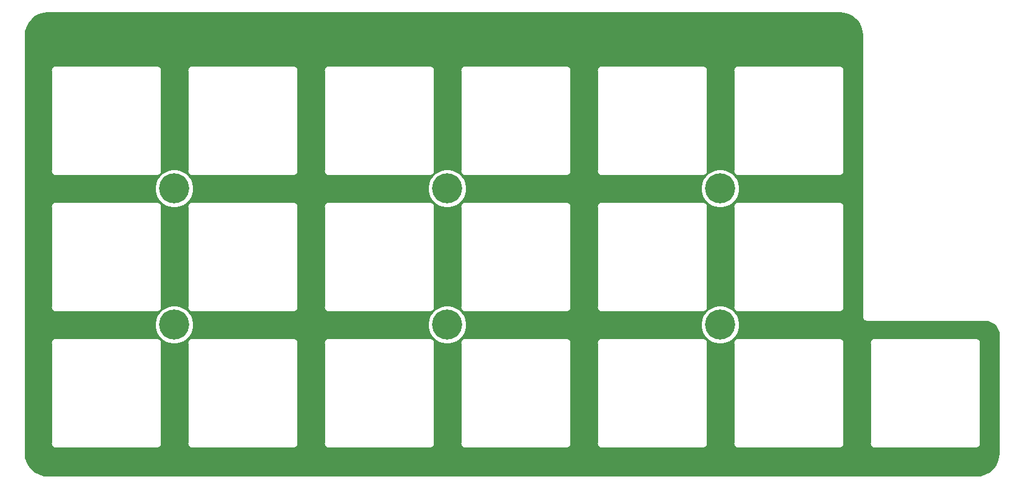
<source format=gbr>
G04 #@! TF.GenerationSoftware,KiCad,Pcbnew,(5.1.7)-1*
G04 #@! TF.CreationDate,2020-12-07T10:21:47+09:00*
G04 #@! TF.ProjectId,pisces_top_plate,70697363-6573-45f7-946f-705f706c6174,rev?*
G04 #@! TF.SameCoordinates,Original*
G04 #@! TF.FileFunction,Copper,L2,Bot*
G04 #@! TF.FilePolarity,Positive*
%FSLAX46Y46*%
G04 Gerber Fmt 4.6, Leading zero omitted, Abs format (unit mm)*
G04 Created by KiCad (PCBNEW (5.1.7)-1) date 2020-12-07 10:21:47*
%MOMM*%
%LPD*%
G01*
G04 APERTURE LIST*
G04 #@! TA.AperFunction,ComponentPad*
%ADD10C,4.200000*%
G04 #@! TD*
G04 #@! TA.AperFunction,NonConductor*
%ADD11C,0.254000*%
G04 #@! TD*
G04 #@! TA.AperFunction,NonConductor*
%ADD12C,0.100000*%
G04 #@! TD*
G04 APERTURE END LIST*
D10*
X135725000Y-78575000D03*
X135725000Y-59525000D03*
X97625000Y-78575000D03*
X97625000Y-59525000D03*
X59525000Y-78575000D03*
X59525000Y-59525000D03*
D11*
X153011222Y-35013096D02*
X153599164Y-35190606D01*
X154141436Y-35478937D01*
X154617364Y-35867094D01*
X155008845Y-36340314D01*
X155300951Y-36880552D01*
X155482563Y-37467244D01*
X155550000Y-38108879D01*
X155550001Y-77437571D01*
X155546807Y-77470000D01*
X155559550Y-77599383D01*
X155597290Y-77723793D01*
X155658575Y-77838450D01*
X155741052Y-77938948D01*
X155841550Y-78021425D01*
X155956207Y-78082710D01*
X156080617Y-78120450D01*
X156177581Y-78130000D01*
X156210000Y-78133193D01*
X156242419Y-78130000D01*
X172687721Y-78130000D01*
X173084545Y-78168909D01*
X173435208Y-78274780D01*
X173758625Y-78446744D01*
X174042484Y-78678254D01*
X174275965Y-78960486D01*
X174450183Y-79282695D01*
X174558502Y-79632614D01*
X174600001Y-80027452D01*
X174600000Y-96487721D01*
X174536904Y-97131221D01*
X174359394Y-97719164D01*
X174071063Y-98261436D01*
X173682906Y-98737364D01*
X173209686Y-99128845D01*
X172669449Y-99420950D01*
X172082756Y-99602563D01*
X171441130Y-99670000D01*
X41942279Y-99670000D01*
X41298779Y-99606904D01*
X40710836Y-99429394D01*
X40168564Y-99141063D01*
X39692636Y-98752906D01*
X39301155Y-98279686D01*
X39009050Y-97739449D01*
X38827437Y-97152756D01*
X38760000Y-96511130D01*
X38760000Y-81137400D01*
X42299094Y-81137400D01*
X42302651Y-81173515D01*
X42302650Y-95100755D01*
X42299094Y-95136860D01*
X42313285Y-95280945D01*
X42355313Y-95419493D01*
X42423563Y-95547180D01*
X42515412Y-95659098D01*
X42627330Y-95750947D01*
X42755017Y-95819197D01*
X42893565Y-95861225D01*
X43037650Y-95875416D01*
X43073755Y-95871860D01*
X57001095Y-95871860D01*
X57037200Y-95875416D01*
X57073305Y-95871860D01*
X57181285Y-95861225D01*
X57319833Y-95819197D01*
X57447520Y-95750947D01*
X57559438Y-95659098D01*
X57651287Y-95547180D01*
X57719537Y-95419493D01*
X57761565Y-95280945D01*
X57775756Y-95136860D01*
X57772200Y-95100755D01*
X57772200Y-81173505D01*
X57775756Y-81137400D01*
X57761565Y-80993315D01*
X57719537Y-80854767D01*
X57651287Y-80727080D01*
X57559438Y-80615162D01*
X57447520Y-80523313D01*
X57319833Y-80455063D01*
X57181285Y-80413035D01*
X57073305Y-80402400D01*
X57037200Y-80398844D01*
X57001095Y-80402400D01*
X43073755Y-80402400D01*
X43037650Y-80398844D01*
X43001545Y-80402400D01*
X42893565Y-80413035D01*
X42755017Y-80455063D01*
X42627330Y-80523313D01*
X42515412Y-80615162D01*
X42423563Y-80727080D01*
X42355313Y-80854767D01*
X42313285Y-80993315D01*
X42299094Y-81137400D01*
X38760000Y-81137400D01*
X38760000Y-78305626D01*
X56790000Y-78305626D01*
X56790000Y-78844374D01*
X56895105Y-79372770D01*
X57101275Y-79870508D01*
X57400587Y-80318461D01*
X57781539Y-80699413D01*
X58229492Y-80998725D01*
X58727230Y-81204895D01*
X59255626Y-81310000D01*
X59794374Y-81310000D01*
X60322770Y-81204895D01*
X60485717Y-81137400D01*
X61349144Y-81137400D01*
X61352701Y-81173515D01*
X61352700Y-95100755D01*
X61349144Y-95136860D01*
X61363335Y-95280945D01*
X61405363Y-95419493D01*
X61473613Y-95547180D01*
X61565462Y-95659098D01*
X61677380Y-95750947D01*
X61805067Y-95819197D01*
X61943615Y-95861225D01*
X62087700Y-95875416D01*
X62123805Y-95871860D01*
X76050895Y-95871860D01*
X76087000Y-95875416D01*
X76123105Y-95871860D01*
X76231085Y-95861225D01*
X76369633Y-95819197D01*
X76497320Y-95750947D01*
X76609238Y-95659098D01*
X76701087Y-95547180D01*
X76769337Y-95419493D01*
X76811365Y-95280945D01*
X76825556Y-95136860D01*
X76822000Y-95100755D01*
X76822000Y-81173505D01*
X76825556Y-81137400D01*
X80399144Y-81137400D01*
X80402701Y-81173515D01*
X80402700Y-95100755D01*
X80399144Y-95136860D01*
X80413335Y-95280945D01*
X80455363Y-95419493D01*
X80523613Y-95547180D01*
X80615462Y-95659098D01*
X80727380Y-95750947D01*
X80855067Y-95819197D01*
X80993615Y-95861225D01*
X81137700Y-95875416D01*
X81173805Y-95871860D01*
X95100895Y-95871860D01*
X95137000Y-95875416D01*
X95173105Y-95871860D01*
X95281085Y-95861225D01*
X95419633Y-95819197D01*
X95547320Y-95750947D01*
X95659238Y-95659098D01*
X95751087Y-95547180D01*
X95819337Y-95419493D01*
X95861365Y-95280945D01*
X95875556Y-95136860D01*
X95872000Y-95100755D01*
X95872000Y-81173505D01*
X95875556Y-81137400D01*
X95861365Y-80993315D01*
X95819337Y-80854767D01*
X95751087Y-80727080D01*
X95659238Y-80615162D01*
X95547320Y-80523313D01*
X95419633Y-80455063D01*
X95281085Y-80413035D01*
X95173105Y-80402400D01*
X95137000Y-80398844D01*
X95100895Y-80402400D01*
X81173805Y-80402400D01*
X81137700Y-80398844D01*
X81101595Y-80402400D01*
X80993615Y-80413035D01*
X80855067Y-80455063D01*
X80727380Y-80523313D01*
X80615462Y-80615162D01*
X80523613Y-80727080D01*
X80455363Y-80854767D01*
X80413335Y-80993315D01*
X80399144Y-81137400D01*
X76825556Y-81137400D01*
X76811365Y-80993315D01*
X76769337Y-80854767D01*
X76701087Y-80727080D01*
X76609238Y-80615162D01*
X76497320Y-80523313D01*
X76369633Y-80455063D01*
X76231085Y-80413035D01*
X76123105Y-80402400D01*
X76087000Y-80398844D01*
X76050895Y-80402400D01*
X62123805Y-80402400D01*
X62087700Y-80398844D01*
X62051595Y-80402400D01*
X61943615Y-80413035D01*
X61805067Y-80455063D01*
X61677380Y-80523313D01*
X61565462Y-80615162D01*
X61473613Y-80727080D01*
X61405363Y-80854767D01*
X61363335Y-80993315D01*
X61349144Y-81137400D01*
X60485717Y-81137400D01*
X60820508Y-80998725D01*
X61268461Y-80699413D01*
X61649413Y-80318461D01*
X61948725Y-79870508D01*
X62154895Y-79372770D01*
X62260000Y-78844374D01*
X62260000Y-78305626D01*
X94890000Y-78305626D01*
X94890000Y-78844374D01*
X94995105Y-79372770D01*
X95201275Y-79870508D01*
X95500587Y-80318461D01*
X95881539Y-80699413D01*
X96329492Y-80998725D01*
X96827230Y-81204895D01*
X97355626Y-81310000D01*
X97894374Y-81310000D01*
X98422770Y-81204895D01*
X98585717Y-81137400D01*
X99449144Y-81137400D01*
X99452701Y-81173515D01*
X99452700Y-95100755D01*
X99449144Y-95136860D01*
X99463335Y-95280945D01*
X99505363Y-95419493D01*
X99573613Y-95547180D01*
X99665462Y-95659098D01*
X99777380Y-95750947D01*
X99905067Y-95819197D01*
X100043615Y-95861225D01*
X100187700Y-95875416D01*
X100223805Y-95871860D01*
X114150895Y-95871860D01*
X114187000Y-95875416D01*
X114223105Y-95871860D01*
X114331085Y-95861225D01*
X114469633Y-95819197D01*
X114597320Y-95750947D01*
X114709238Y-95659098D01*
X114801087Y-95547180D01*
X114869337Y-95419493D01*
X114911365Y-95280945D01*
X114925556Y-95136860D01*
X114922000Y-95100755D01*
X114922000Y-81173505D01*
X114925556Y-81137400D01*
X118499144Y-81137400D01*
X118502701Y-81173515D01*
X118502700Y-95100755D01*
X118499144Y-95136860D01*
X118513335Y-95280945D01*
X118555363Y-95419493D01*
X118623613Y-95547180D01*
X118715462Y-95659098D01*
X118827380Y-95750947D01*
X118955067Y-95819197D01*
X119093615Y-95861225D01*
X119237700Y-95875416D01*
X119273805Y-95871860D01*
X133200895Y-95871860D01*
X133237000Y-95875416D01*
X133273105Y-95871860D01*
X133381085Y-95861225D01*
X133519633Y-95819197D01*
X133647320Y-95750947D01*
X133759238Y-95659098D01*
X133851087Y-95547180D01*
X133919337Y-95419493D01*
X133961365Y-95280945D01*
X133975556Y-95136860D01*
X133972000Y-95100755D01*
X133972000Y-81173505D01*
X133975556Y-81137400D01*
X133961365Y-80993315D01*
X133919337Y-80854767D01*
X133851087Y-80727080D01*
X133759238Y-80615162D01*
X133647320Y-80523313D01*
X133519633Y-80455063D01*
X133381085Y-80413035D01*
X133273105Y-80402400D01*
X133237000Y-80398844D01*
X133200895Y-80402400D01*
X119273805Y-80402400D01*
X119237700Y-80398844D01*
X119201595Y-80402400D01*
X119093615Y-80413035D01*
X118955067Y-80455063D01*
X118827380Y-80523313D01*
X118715462Y-80615162D01*
X118623613Y-80727080D01*
X118555363Y-80854767D01*
X118513335Y-80993315D01*
X118499144Y-81137400D01*
X114925556Y-81137400D01*
X114911365Y-80993315D01*
X114869337Y-80854767D01*
X114801087Y-80727080D01*
X114709238Y-80615162D01*
X114597320Y-80523313D01*
X114469633Y-80455063D01*
X114331085Y-80413035D01*
X114223105Y-80402400D01*
X114187000Y-80398844D01*
X114150895Y-80402400D01*
X100223805Y-80402400D01*
X100187700Y-80398844D01*
X100151595Y-80402400D01*
X100043615Y-80413035D01*
X99905067Y-80455063D01*
X99777380Y-80523313D01*
X99665462Y-80615162D01*
X99573613Y-80727080D01*
X99505363Y-80854767D01*
X99463335Y-80993315D01*
X99449144Y-81137400D01*
X98585717Y-81137400D01*
X98920508Y-80998725D01*
X99368461Y-80699413D01*
X99749413Y-80318461D01*
X100048725Y-79870508D01*
X100254895Y-79372770D01*
X100360000Y-78844374D01*
X100360000Y-78305626D01*
X132990000Y-78305626D01*
X132990000Y-78844374D01*
X133095105Y-79372770D01*
X133301275Y-79870508D01*
X133600587Y-80318461D01*
X133981539Y-80699413D01*
X134429492Y-80998725D01*
X134927230Y-81204895D01*
X135455626Y-81310000D01*
X135994374Y-81310000D01*
X136522770Y-81204895D01*
X136685717Y-81137400D01*
X137547744Y-81137400D01*
X137551301Y-81173515D01*
X137551300Y-95100755D01*
X137547744Y-95136860D01*
X137561935Y-95280945D01*
X137603963Y-95419493D01*
X137672213Y-95547180D01*
X137764062Y-95659098D01*
X137875980Y-95750947D01*
X138003667Y-95819197D01*
X138142215Y-95861225D01*
X138286300Y-95875416D01*
X138322405Y-95871860D01*
X152250895Y-95871860D01*
X152287000Y-95875416D01*
X152323105Y-95871860D01*
X152431085Y-95861225D01*
X152569633Y-95819197D01*
X152697320Y-95750947D01*
X152809238Y-95659098D01*
X152901087Y-95547180D01*
X152969337Y-95419493D01*
X153011365Y-95280945D01*
X153025556Y-95136860D01*
X153022000Y-95100755D01*
X153022000Y-81173505D01*
X153025556Y-81137400D01*
X156597444Y-81137400D01*
X156601001Y-81173515D01*
X156601000Y-95100755D01*
X156597444Y-95136860D01*
X156611635Y-95280945D01*
X156653663Y-95419493D01*
X156721913Y-95547180D01*
X156813762Y-95659098D01*
X156925680Y-95750947D01*
X157053367Y-95819197D01*
X157191915Y-95861225D01*
X157336000Y-95875416D01*
X157372105Y-95871860D01*
X171300895Y-95871860D01*
X171337000Y-95875416D01*
X171373105Y-95871860D01*
X171481085Y-95861225D01*
X171619633Y-95819197D01*
X171747320Y-95750947D01*
X171859238Y-95659098D01*
X171951087Y-95547180D01*
X172019337Y-95419493D01*
X172061365Y-95280945D01*
X172075556Y-95136860D01*
X172072000Y-95100755D01*
X172072000Y-81173505D01*
X172075556Y-81137400D01*
X172061365Y-80993315D01*
X172019337Y-80854767D01*
X171951087Y-80727080D01*
X171859238Y-80615162D01*
X171747320Y-80523313D01*
X171619633Y-80455063D01*
X171481085Y-80413035D01*
X171373105Y-80402400D01*
X171337000Y-80398844D01*
X171300895Y-80402400D01*
X157372105Y-80402400D01*
X157336000Y-80398844D01*
X157299895Y-80402400D01*
X157191915Y-80413035D01*
X157053367Y-80455063D01*
X156925680Y-80523313D01*
X156813762Y-80615162D01*
X156721913Y-80727080D01*
X156653663Y-80854767D01*
X156611635Y-80993315D01*
X156597444Y-81137400D01*
X153025556Y-81137400D01*
X153011365Y-80993315D01*
X152969337Y-80854767D01*
X152901087Y-80727080D01*
X152809238Y-80615162D01*
X152697320Y-80523313D01*
X152569633Y-80455063D01*
X152431085Y-80413035D01*
X152323105Y-80402400D01*
X152287000Y-80398844D01*
X152250895Y-80402400D01*
X138322405Y-80402400D01*
X138286300Y-80398844D01*
X138250195Y-80402400D01*
X138142215Y-80413035D01*
X138003667Y-80455063D01*
X137875980Y-80523313D01*
X137764062Y-80615162D01*
X137672213Y-80727080D01*
X137603963Y-80854767D01*
X137561935Y-80993315D01*
X137547744Y-81137400D01*
X136685717Y-81137400D01*
X137020508Y-80998725D01*
X137468461Y-80699413D01*
X137849413Y-80318461D01*
X138148725Y-79870508D01*
X138354895Y-79372770D01*
X138460000Y-78844374D01*
X138460000Y-78305626D01*
X138354895Y-77777230D01*
X138148725Y-77279492D01*
X137849413Y-76831539D01*
X137468461Y-76450587D01*
X137020508Y-76151275D01*
X136522770Y-75945105D01*
X135994374Y-75840000D01*
X135455626Y-75840000D01*
X134927230Y-75945105D01*
X134429492Y-76151275D01*
X133981539Y-76450587D01*
X133600587Y-76831539D01*
X133301275Y-77279492D01*
X133095105Y-77777230D01*
X132990000Y-78305626D01*
X100360000Y-78305626D01*
X100254895Y-77777230D01*
X100048725Y-77279492D01*
X99749413Y-76831539D01*
X99368461Y-76450587D01*
X98920508Y-76151275D01*
X98422770Y-75945105D01*
X97894374Y-75840000D01*
X97355626Y-75840000D01*
X96827230Y-75945105D01*
X96329492Y-76151275D01*
X95881539Y-76450587D01*
X95500587Y-76831539D01*
X95201275Y-77279492D01*
X94995105Y-77777230D01*
X94890000Y-78305626D01*
X62260000Y-78305626D01*
X62154895Y-77777230D01*
X61948725Y-77279492D01*
X61649413Y-76831539D01*
X61268461Y-76450587D01*
X60820508Y-76151275D01*
X60322770Y-75945105D01*
X59794374Y-75840000D01*
X59255626Y-75840000D01*
X58727230Y-75945105D01*
X58229492Y-76151275D01*
X57781539Y-76450587D01*
X57400587Y-76831539D01*
X57101275Y-77279492D01*
X56895105Y-77777230D01*
X56790000Y-78305626D01*
X38760000Y-78305626D01*
X38760000Y-62087500D01*
X42299094Y-62087500D01*
X42302651Y-62123615D01*
X42302650Y-76050795D01*
X42299094Y-76086900D01*
X42313285Y-76230985D01*
X42355313Y-76369533D01*
X42423563Y-76497220D01*
X42515412Y-76609138D01*
X42627330Y-76700987D01*
X42755017Y-76769237D01*
X42893565Y-76811265D01*
X43037650Y-76825456D01*
X43073755Y-76821900D01*
X57001095Y-76821900D01*
X57037200Y-76825456D01*
X57073305Y-76821900D01*
X57181285Y-76811265D01*
X57319833Y-76769237D01*
X57447520Y-76700987D01*
X57559438Y-76609138D01*
X57651287Y-76497220D01*
X57719537Y-76369533D01*
X57761565Y-76230985D01*
X57775756Y-76086900D01*
X57772200Y-76050795D01*
X57772200Y-62123605D01*
X57775756Y-62087500D01*
X57761565Y-61943415D01*
X57719537Y-61804867D01*
X57651287Y-61677180D01*
X57559438Y-61565262D01*
X57447520Y-61473413D01*
X57319833Y-61405163D01*
X57181285Y-61363135D01*
X57073305Y-61352500D01*
X57037200Y-61348944D01*
X57001095Y-61352500D01*
X43073755Y-61352500D01*
X43037650Y-61348944D01*
X43001545Y-61352500D01*
X42893565Y-61363135D01*
X42755017Y-61405163D01*
X42627330Y-61473413D01*
X42515412Y-61565262D01*
X42423563Y-61677180D01*
X42355313Y-61804867D01*
X42313285Y-61943415D01*
X42299094Y-62087500D01*
X38760000Y-62087500D01*
X38760000Y-59255626D01*
X56790000Y-59255626D01*
X56790000Y-59794374D01*
X56895105Y-60322770D01*
X57101275Y-60820508D01*
X57400587Y-61268461D01*
X57781539Y-61649413D01*
X58229492Y-61948725D01*
X58727230Y-62154895D01*
X59255626Y-62260000D01*
X59794374Y-62260000D01*
X60322770Y-62154895D01*
X60485475Y-62087500D01*
X61349144Y-62087500D01*
X61352701Y-62123615D01*
X61352700Y-76050795D01*
X61349144Y-76086900D01*
X61363335Y-76230985D01*
X61405363Y-76369533D01*
X61473613Y-76497220D01*
X61565462Y-76609138D01*
X61677380Y-76700987D01*
X61805067Y-76769237D01*
X61943615Y-76811265D01*
X62087700Y-76825456D01*
X62123805Y-76821900D01*
X76050895Y-76821900D01*
X76087000Y-76825456D01*
X76123105Y-76821900D01*
X76231085Y-76811265D01*
X76369633Y-76769237D01*
X76497320Y-76700987D01*
X76609238Y-76609138D01*
X76701087Y-76497220D01*
X76769337Y-76369533D01*
X76811365Y-76230985D01*
X76825556Y-76086900D01*
X76822000Y-76050795D01*
X76822000Y-62123605D01*
X76825556Y-62087500D01*
X80399144Y-62087500D01*
X80402701Y-62123615D01*
X80402700Y-76050795D01*
X80399144Y-76086900D01*
X80413335Y-76230985D01*
X80455363Y-76369533D01*
X80523613Y-76497220D01*
X80615462Y-76609138D01*
X80727380Y-76700987D01*
X80855067Y-76769237D01*
X80993615Y-76811265D01*
X81137700Y-76825456D01*
X81173805Y-76821900D01*
X95100895Y-76821900D01*
X95137000Y-76825456D01*
X95173105Y-76821900D01*
X95281085Y-76811265D01*
X95419633Y-76769237D01*
X95547320Y-76700987D01*
X95659238Y-76609138D01*
X95751087Y-76497220D01*
X95819337Y-76369533D01*
X95861365Y-76230985D01*
X95875556Y-76086900D01*
X95872000Y-76050795D01*
X95872000Y-62123605D01*
X95875556Y-62087500D01*
X95861365Y-61943415D01*
X95819337Y-61804867D01*
X95751087Y-61677180D01*
X95659238Y-61565262D01*
X95547320Y-61473413D01*
X95419633Y-61405163D01*
X95281085Y-61363135D01*
X95173105Y-61352500D01*
X95137000Y-61348944D01*
X95100895Y-61352500D01*
X81173805Y-61352500D01*
X81137700Y-61348944D01*
X81101595Y-61352500D01*
X80993615Y-61363135D01*
X80855067Y-61405163D01*
X80727380Y-61473413D01*
X80615462Y-61565262D01*
X80523613Y-61677180D01*
X80455363Y-61804867D01*
X80413335Y-61943415D01*
X80399144Y-62087500D01*
X76825556Y-62087500D01*
X76811365Y-61943415D01*
X76769337Y-61804867D01*
X76701087Y-61677180D01*
X76609238Y-61565262D01*
X76497320Y-61473413D01*
X76369633Y-61405163D01*
X76231085Y-61363135D01*
X76123105Y-61352500D01*
X76087000Y-61348944D01*
X76050895Y-61352500D01*
X62123805Y-61352500D01*
X62087700Y-61348944D01*
X62051595Y-61352500D01*
X61943615Y-61363135D01*
X61805067Y-61405163D01*
X61677380Y-61473413D01*
X61565462Y-61565262D01*
X61473613Y-61677180D01*
X61405363Y-61804867D01*
X61363335Y-61943415D01*
X61349144Y-62087500D01*
X60485475Y-62087500D01*
X60820508Y-61948725D01*
X61268461Y-61649413D01*
X61649413Y-61268461D01*
X61948725Y-60820508D01*
X62154895Y-60322770D01*
X62260000Y-59794374D01*
X62260000Y-59255626D01*
X94890000Y-59255626D01*
X94890000Y-59794374D01*
X94995105Y-60322770D01*
X95201275Y-60820508D01*
X95500587Y-61268461D01*
X95881539Y-61649413D01*
X96329492Y-61948725D01*
X96827230Y-62154895D01*
X97355626Y-62260000D01*
X97894374Y-62260000D01*
X98422770Y-62154895D01*
X98585475Y-62087500D01*
X99449144Y-62087500D01*
X99452701Y-62123615D01*
X99452700Y-76050795D01*
X99449144Y-76086900D01*
X99463335Y-76230985D01*
X99505363Y-76369533D01*
X99573613Y-76497220D01*
X99665462Y-76609138D01*
X99777380Y-76700987D01*
X99905067Y-76769237D01*
X100043615Y-76811265D01*
X100187700Y-76825456D01*
X100223805Y-76821900D01*
X114150895Y-76821900D01*
X114187000Y-76825456D01*
X114223105Y-76821900D01*
X114331085Y-76811265D01*
X114469633Y-76769237D01*
X114597320Y-76700987D01*
X114709238Y-76609138D01*
X114801087Y-76497220D01*
X114869337Y-76369533D01*
X114911365Y-76230985D01*
X114925556Y-76086900D01*
X114922000Y-76050795D01*
X114922000Y-62123605D01*
X114925556Y-62087500D01*
X118499144Y-62087500D01*
X118502701Y-62123615D01*
X118502700Y-76050795D01*
X118499144Y-76086900D01*
X118513335Y-76230985D01*
X118555363Y-76369533D01*
X118623613Y-76497220D01*
X118715462Y-76609138D01*
X118827380Y-76700987D01*
X118955067Y-76769237D01*
X119093615Y-76811265D01*
X119237700Y-76825456D01*
X119273805Y-76821900D01*
X133200895Y-76821900D01*
X133237000Y-76825456D01*
X133273105Y-76821900D01*
X133381085Y-76811265D01*
X133519633Y-76769237D01*
X133647320Y-76700987D01*
X133759238Y-76609138D01*
X133851087Y-76497220D01*
X133919337Y-76369533D01*
X133961365Y-76230985D01*
X133975556Y-76086900D01*
X133972000Y-76050795D01*
X133972000Y-62123605D01*
X133975556Y-62087500D01*
X133961365Y-61943415D01*
X133919337Y-61804867D01*
X133851087Y-61677180D01*
X133759238Y-61565262D01*
X133647320Y-61473413D01*
X133519633Y-61405163D01*
X133381085Y-61363135D01*
X133273105Y-61352500D01*
X133237000Y-61348944D01*
X133200895Y-61352500D01*
X119273805Y-61352500D01*
X119237700Y-61348944D01*
X119201595Y-61352500D01*
X119093615Y-61363135D01*
X118955067Y-61405163D01*
X118827380Y-61473413D01*
X118715462Y-61565262D01*
X118623613Y-61677180D01*
X118555363Y-61804867D01*
X118513335Y-61943415D01*
X118499144Y-62087500D01*
X114925556Y-62087500D01*
X114911365Y-61943415D01*
X114869337Y-61804867D01*
X114801087Y-61677180D01*
X114709238Y-61565262D01*
X114597320Y-61473413D01*
X114469633Y-61405163D01*
X114331085Y-61363135D01*
X114223105Y-61352500D01*
X114187000Y-61348944D01*
X114150895Y-61352500D01*
X100223805Y-61352500D01*
X100187700Y-61348944D01*
X100151595Y-61352500D01*
X100043615Y-61363135D01*
X99905067Y-61405163D01*
X99777380Y-61473413D01*
X99665462Y-61565262D01*
X99573613Y-61677180D01*
X99505363Y-61804867D01*
X99463335Y-61943415D01*
X99449144Y-62087500D01*
X98585475Y-62087500D01*
X98920508Y-61948725D01*
X99368461Y-61649413D01*
X99749413Y-61268461D01*
X100048725Y-60820508D01*
X100254895Y-60322770D01*
X100360000Y-59794374D01*
X100360000Y-59255626D01*
X132990000Y-59255626D01*
X132990000Y-59794374D01*
X133095105Y-60322770D01*
X133301275Y-60820508D01*
X133600587Y-61268461D01*
X133981539Y-61649413D01*
X134429492Y-61948725D01*
X134927230Y-62154895D01*
X135455626Y-62260000D01*
X135994374Y-62260000D01*
X136522770Y-62154895D01*
X136685475Y-62087500D01*
X137547744Y-62087500D01*
X137551301Y-62123615D01*
X137551300Y-76050795D01*
X137547744Y-76086900D01*
X137561935Y-76230985D01*
X137603963Y-76369533D01*
X137672213Y-76497220D01*
X137764062Y-76609138D01*
X137875980Y-76700987D01*
X138003667Y-76769237D01*
X138142215Y-76811265D01*
X138286300Y-76825456D01*
X138322405Y-76821900D01*
X152250895Y-76821900D01*
X152287000Y-76825456D01*
X152323105Y-76821900D01*
X152431085Y-76811265D01*
X152569633Y-76769237D01*
X152697320Y-76700987D01*
X152809238Y-76609138D01*
X152901087Y-76497220D01*
X152969337Y-76369533D01*
X153011365Y-76230985D01*
X153025556Y-76086900D01*
X153022000Y-76050795D01*
X153022000Y-62123605D01*
X153025556Y-62087500D01*
X153011365Y-61943415D01*
X152969337Y-61804867D01*
X152901087Y-61677180D01*
X152809238Y-61565262D01*
X152697320Y-61473413D01*
X152569633Y-61405163D01*
X152431085Y-61363135D01*
X152323105Y-61352500D01*
X152287000Y-61348944D01*
X152250895Y-61352500D01*
X138322405Y-61352500D01*
X138286300Y-61348944D01*
X138250195Y-61352500D01*
X138142215Y-61363135D01*
X138003667Y-61405163D01*
X137875980Y-61473413D01*
X137764062Y-61565262D01*
X137672213Y-61677180D01*
X137603963Y-61804867D01*
X137561935Y-61943415D01*
X137547744Y-62087500D01*
X136685475Y-62087500D01*
X137020508Y-61948725D01*
X137468461Y-61649413D01*
X137849413Y-61268461D01*
X138148725Y-60820508D01*
X138354895Y-60322770D01*
X138460000Y-59794374D01*
X138460000Y-59255626D01*
X138354895Y-58727230D01*
X138148725Y-58229492D01*
X137849413Y-57781539D01*
X137468461Y-57400587D01*
X137020508Y-57101275D01*
X136522770Y-56895105D01*
X135994374Y-56790000D01*
X135455626Y-56790000D01*
X134927230Y-56895105D01*
X134429492Y-57101275D01*
X133981539Y-57400587D01*
X133600587Y-57781539D01*
X133301275Y-58229492D01*
X133095105Y-58727230D01*
X132990000Y-59255626D01*
X100360000Y-59255626D01*
X100254895Y-58727230D01*
X100048725Y-58229492D01*
X99749413Y-57781539D01*
X99368461Y-57400587D01*
X98920508Y-57101275D01*
X98422770Y-56895105D01*
X97894374Y-56790000D01*
X97355626Y-56790000D01*
X96827230Y-56895105D01*
X96329492Y-57101275D01*
X95881539Y-57400587D01*
X95500587Y-57781539D01*
X95201275Y-58229492D01*
X94995105Y-58727230D01*
X94890000Y-59255626D01*
X62260000Y-59255626D01*
X62154895Y-58727230D01*
X61948725Y-58229492D01*
X61649413Y-57781539D01*
X61268461Y-57400587D01*
X60820508Y-57101275D01*
X60322770Y-56895105D01*
X59794374Y-56790000D01*
X59255626Y-56790000D01*
X58727230Y-56895105D01*
X58229492Y-57101275D01*
X57781539Y-57400587D01*
X57400587Y-57781539D01*
X57101275Y-58229492D01*
X56895105Y-58727230D01*
X56790000Y-59255626D01*
X38760000Y-59255626D01*
X38760000Y-43037400D01*
X42299094Y-43037400D01*
X42302651Y-43073515D01*
X42302650Y-57000595D01*
X42299094Y-57036700D01*
X42313285Y-57180785D01*
X42355313Y-57319333D01*
X42423563Y-57447020D01*
X42515412Y-57558938D01*
X42627330Y-57650787D01*
X42755017Y-57719037D01*
X42893565Y-57761065D01*
X43037650Y-57775256D01*
X43073755Y-57771700D01*
X57001095Y-57771700D01*
X57037200Y-57775256D01*
X57073305Y-57771700D01*
X57181285Y-57761065D01*
X57319833Y-57719037D01*
X57447520Y-57650787D01*
X57559438Y-57558938D01*
X57651287Y-57447020D01*
X57719537Y-57319333D01*
X57761565Y-57180785D01*
X57775756Y-57036700D01*
X57772200Y-57000595D01*
X57772200Y-43073505D01*
X57775756Y-43037400D01*
X61349144Y-43037400D01*
X61352701Y-43073515D01*
X61352700Y-57000595D01*
X61349144Y-57036700D01*
X61363335Y-57180785D01*
X61405363Y-57319333D01*
X61473613Y-57447020D01*
X61565462Y-57558938D01*
X61677380Y-57650787D01*
X61805067Y-57719037D01*
X61943615Y-57761065D01*
X62087700Y-57775256D01*
X62123805Y-57771700D01*
X76050895Y-57771700D01*
X76087000Y-57775256D01*
X76123105Y-57771700D01*
X76231085Y-57761065D01*
X76369633Y-57719037D01*
X76497320Y-57650787D01*
X76609238Y-57558938D01*
X76701087Y-57447020D01*
X76769337Y-57319333D01*
X76811365Y-57180785D01*
X76825556Y-57036700D01*
X76822000Y-57000595D01*
X76822000Y-43073505D01*
X76825556Y-43037400D01*
X80399144Y-43037400D01*
X80402701Y-43073515D01*
X80402700Y-57000595D01*
X80399144Y-57036700D01*
X80413335Y-57180785D01*
X80455363Y-57319333D01*
X80523613Y-57447020D01*
X80615462Y-57558938D01*
X80727380Y-57650787D01*
X80855067Y-57719037D01*
X80993615Y-57761065D01*
X81137700Y-57775256D01*
X81173805Y-57771700D01*
X95100895Y-57771700D01*
X95137000Y-57775256D01*
X95173105Y-57771700D01*
X95281085Y-57761065D01*
X95419633Y-57719037D01*
X95547320Y-57650787D01*
X95659238Y-57558938D01*
X95751087Y-57447020D01*
X95819337Y-57319333D01*
X95861365Y-57180785D01*
X95875556Y-57036700D01*
X95872000Y-57000595D01*
X95872000Y-43073505D01*
X95875556Y-43037400D01*
X99449144Y-43037400D01*
X99452701Y-43073515D01*
X99452700Y-57000595D01*
X99449144Y-57036700D01*
X99463335Y-57180785D01*
X99505363Y-57319333D01*
X99573613Y-57447020D01*
X99665462Y-57558938D01*
X99777380Y-57650787D01*
X99905067Y-57719037D01*
X100043615Y-57761065D01*
X100187700Y-57775256D01*
X100223805Y-57771700D01*
X114150895Y-57771700D01*
X114187000Y-57775256D01*
X114223105Y-57771700D01*
X114331085Y-57761065D01*
X114469633Y-57719037D01*
X114597320Y-57650787D01*
X114709238Y-57558938D01*
X114801087Y-57447020D01*
X114869337Y-57319333D01*
X114911365Y-57180785D01*
X114925556Y-57036700D01*
X114922000Y-57000595D01*
X114922000Y-43073505D01*
X114925556Y-43037400D01*
X118499144Y-43037400D01*
X118502701Y-43073515D01*
X118502700Y-57000595D01*
X118499144Y-57036700D01*
X118513335Y-57180785D01*
X118555363Y-57319333D01*
X118623613Y-57447020D01*
X118715462Y-57558938D01*
X118827380Y-57650787D01*
X118955067Y-57719037D01*
X119093615Y-57761065D01*
X119237700Y-57775256D01*
X119273805Y-57771700D01*
X133200895Y-57771700D01*
X133237000Y-57775256D01*
X133273105Y-57771700D01*
X133381085Y-57761065D01*
X133519633Y-57719037D01*
X133647320Y-57650787D01*
X133759238Y-57558938D01*
X133851087Y-57447020D01*
X133919337Y-57319333D01*
X133961365Y-57180785D01*
X133975556Y-57036700D01*
X133972000Y-57000595D01*
X133972000Y-43073505D01*
X133975556Y-43037400D01*
X137547744Y-43037400D01*
X137551301Y-43073515D01*
X137551300Y-57000595D01*
X137547744Y-57036700D01*
X137561935Y-57180785D01*
X137603963Y-57319333D01*
X137672213Y-57447020D01*
X137764062Y-57558938D01*
X137875980Y-57650787D01*
X138003667Y-57719037D01*
X138142215Y-57761065D01*
X138286300Y-57775256D01*
X138322405Y-57771700D01*
X152250895Y-57771700D01*
X152287000Y-57775256D01*
X152323105Y-57771700D01*
X152431085Y-57761065D01*
X152569633Y-57719037D01*
X152697320Y-57650787D01*
X152809238Y-57558938D01*
X152901087Y-57447020D01*
X152969337Y-57319333D01*
X153011365Y-57180785D01*
X153025556Y-57036700D01*
X153022000Y-57000595D01*
X153022000Y-43073505D01*
X153025556Y-43037400D01*
X153011365Y-42893315D01*
X152969337Y-42754767D01*
X152901087Y-42627080D01*
X152809238Y-42515162D01*
X152697320Y-42423313D01*
X152569633Y-42355063D01*
X152431085Y-42313035D01*
X152323105Y-42302400D01*
X152287000Y-42298844D01*
X152250895Y-42302400D01*
X138322405Y-42302400D01*
X138286300Y-42298844D01*
X138250195Y-42302400D01*
X138142215Y-42313035D01*
X138003667Y-42355063D01*
X137875980Y-42423313D01*
X137764062Y-42515162D01*
X137672213Y-42627080D01*
X137603963Y-42754767D01*
X137561935Y-42893315D01*
X137547744Y-43037400D01*
X133975556Y-43037400D01*
X133961365Y-42893315D01*
X133919337Y-42754767D01*
X133851087Y-42627080D01*
X133759238Y-42515162D01*
X133647320Y-42423313D01*
X133519633Y-42355063D01*
X133381085Y-42313035D01*
X133273105Y-42302400D01*
X133237000Y-42298844D01*
X133200895Y-42302400D01*
X119273805Y-42302400D01*
X119237700Y-42298844D01*
X119201595Y-42302400D01*
X119093615Y-42313035D01*
X118955067Y-42355063D01*
X118827380Y-42423313D01*
X118715462Y-42515162D01*
X118623613Y-42627080D01*
X118555363Y-42754767D01*
X118513335Y-42893315D01*
X118499144Y-43037400D01*
X114925556Y-43037400D01*
X114911365Y-42893315D01*
X114869337Y-42754767D01*
X114801087Y-42627080D01*
X114709238Y-42515162D01*
X114597320Y-42423313D01*
X114469633Y-42355063D01*
X114331085Y-42313035D01*
X114223105Y-42302400D01*
X114187000Y-42298844D01*
X114150895Y-42302400D01*
X100223805Y-42302400D01*
X100187700Y-42298844D01*
X100151595Y-42302400D01*
X100043615Y-42313035D01*
X99905067Y-42355063D01*
X99777380Y-42423313D01*
X99665462Y-42515162D01*
X99573613Y-42627080D01*
X99505363Y-42754767D01*
X99463335Y-42893315D01*
X99449144Y-43037400D01*
X95875556Y-43037400D01*
X95861365Y-42893315D01*
X95819337Y-42754767D01*
X95751087Y-42627080D01*
X95659238Y-42515162D01*
X95547320Y-42423313D01*
X95419633Y-42355063D01*
X95281085Y-42313035D01*
X95173105Y-42302400D01*
X95137000Y-42298844D01*
X95100895Y-42302400D01*
X81173805Y-42302400D01*
X81137700Y-42298844D01*
X81101595Y-42302400D01*
X80993615Y-42313035D01*
X80855067Y-42355063D01*
X80727380Y-42423313D01*
X80615462Y-42515162D01*
X80523613Y-42627080D01*
X80455363Y-42754767D01*
X80413335Y-42893315D01*
X80399144Y-43037400D01*
X76825556Y-43037400D01*
X76811365Y-42893315D01*
X76769337Y-42754767D01*
X76701087Y-42627080D01*
X76609238Y-42515162D01*
X76497320Y-42423313D01*
X76369633Y-42355063D01*
X76231085Y-42313035D01*
X76123105Y-42302400D01*
X76087000Y-42298844D01*
X76050895Y-42302400D01*
X62123805Y-42302400D01*
X62087700Y-42298844D01*
X62051595Y-42302400D01*
X61943615Y-42313035D01*
X61805067Y-42355063D01*
X61677380Y-42423313D01*
X61565462Y-42515162D01*
X61473613Y-42627080D01*
X61405363Y-42754767D01*
X61363335Y-42893315D01*
X61349144Y-43037400D01*
X57775756Y-43037400D01*
X57761565Y-42893315D01*
X57719537Y-42754767D01*
X57651287Y-42627080D01*
X57559438Y-42515162D01*
X57447520Y-42423313D01*
X57319833Y-42355063D01*
X57181285Y-42313035D01*
X57073305Y-42302400D01*
X57037200Y-42298844D01*
X57001095Y-42302400D01*
X43073755Y-42302400D01*
X43037650Y-42298844D01*
X43001545Y-42302400D01*
X42893565Y-42313035D01*
X42755017Y-42355063D01*
X42627330Y-42423313D01*
X42515412Y-42515162D01*
X42423563Y-42627080D01*
X42355313Y-42754767D01*
X42313285Y-42893315D01*
X42299094Y-43037400D01*
X38760000Y-43037400D01*
X38760000Y-38132279D01*
X38823096Y-37488778D01*
X39000606Y-36900836D01*
X39288937Y-36358564D01*
X39677094Y-35882636D01*
X40150314Y-35491155D01*
X40690552Y-35199049D01*
X41277244Y-35017437D01*
X41918879Y-34950000D01*
X152367721Y-34950000D01*
X153011222Y-35013096D01*
G04 #@! TA.AperFunction,NonConductor*
D12*
G36*
X153011222Y-35013096D02*
G01*
X153599164Y-35190606D01*
X154141436Y-35478937D01*
X154617364Y-35867094D01*
X155008845Y-36340314D01*
X155300951Y-36880552D01*
X155482563Y-37467244D01*
X155550000Y-38108879D01*
X155550001Y-77437571D01*
X155546807Y-77470000D01*
X155559550Y-77599383D01*
X155597290Y-77723793D01*
X155658575Y-77838450D01*
X155741052Y-77938948D01*
X155841550Y-78021425D01*
X155956207Y-78082710D01*
X156080617Y-78120450D01*
X156177581Y-78130000D01*
X156210000Y-78133193D01*
X156242419Y-78130000D01*
X172687721Y-78130000D01*
X173084545Y-78168909D01*
X173435208Y-78274780D01*
X173758625Y-78446744D01*
X174042484Y-78678254D01*
X174275965Y-78960486D01*
X174450183Y-79282695D01*
X174558502Y-79632614D01*
X174600001Y-80027452D01*
X174600000Y-96487721D01*
X174536904Y-97131221D01*
X174359394Y-97719164D01*
X174071063Y-98261436D01*
X173682906Y-98737364D01*
X173209686Y-99128845D01*
X172669449Y-99420950D01*
X172082756Y-99602563D01*
X171441130Y-99670000D01*
X41942279Y-99670000D01*
X41298779Y-99606904D01*
X40710836Y-99429394D01*
X40168564Y-99141063D01*
X39692636Y-98752906D01*
X39301155Y-98279686D01*
X39009050Y-97739449D01*
X38827437Y-97152756D01*
X38760000Y-96511130D01*
X38760000Y-81137400D01*
X42299094Y-81137400D01*
X42302651Y-81173515D01*
X42302650Y-95100755D01*
X42299094Y-95136860D01*
X42313285Y-95280945D01*
X42355313Y-95419493D01*
X42423563Y-95547180D01*
X42515412Y-95659098D01*
X42627330Y-95750947D01*
X42755017Y-95819197D01*
X42893565Y-95861225D01*
X43037650Y-95875416D01*
X43073755Y-95871860D01*
X57001095Y-95871860D01*
X57037200Y-95875416D01*
X57073305Y-95871860D01*
X57181285Y-95861225D01*
X57319833Y-95819197D01*
X57447520Y-95750947D01*
X57559438Y-95659098D01*
X57651287Y-95547180D01*
X57719537Y-95419493D01*
X57761565Y-95280945D01*
X57775756Y-95136860D01*
X57772200Y-95100755D01*
X57772200Y-81173505D01*
X57775756Y-81137400D01*
X57761565Y-80993315D01*
X57719537Y-80854767D01*
X57651287Y-80727080D01*
X57559438Y-80615162D01*
X57447520Y-80523313D01*
X57319833Y-80455063D01*
X57181285Y-80413035D01*
X57073305Y-80402400D01*
X57037200Y-80398844D01*
X57001095Y-80402400D01*
X43073755Y-80402400D01*
X43037650Y-80398844D01*
X43001545Y-80402400D01*
X42893565Y-80413035D01*
X42755017Y-80455063D01*
X42627330Y-80523313D01*
X42515412Y-80615162D01*
X42423563Y-80727080D01*
X42355313Y-80854767D01*
X42313285Y-80993315D01*
X42299094Y-81137400D01*
X38760000Y-81137400D01*
X38760000Y-78305626D01*
X56790000Y-78305626D01*
X56790000Y-78844374D01*
X56895105Y-79372770D01*
X57101275Y-79870508D01*
X57400587Y-80318461D01*
X57781539Y-80699413D01*
X58229492Y-80998725D01*
X58727230Y-81204895D01*
X59255626Y-81310000D01*
X59794374Y-81310000D01*
X60322770Y-81204895D01*
X60485717Y-81137400D01*
X61349144Y-81137400D01*
X61352701Y-81173515D01*
X61352700Y-95100755D01*
X61349144Y-95136860D01*
X61363335Y-95280945D01*
X61405363Y-95419493D01*
X61473613Y-95547180D01*
X61565462Y-95659098D01*
X61677380Y-95750947D01*
X61805067Y-95819197D01*
X61943615Y-95861225D01*
X62087700Y-95875416D01*
X62123805Y-95871860D01*
X76050895Y-95871860D01*
X76087000Y-95875416D01*
X76123105Y-95871860D01*
X76231085Y-95861225D01*
X76369633Y-95819197D01*
X76497320Y-95750947D01*
X76609238Y-95659098D01*
X76701087Y-95547180D01*
X76769337Y-95419493D01*
X76811365Y-95280945D01*
X76825556Y-95136860D01*
X76822000Y-95100755D01*
X76822000Y-81173505D01*
X76825556Y-81137400D01*
X80399144Y-81137400D01*
X80402701Y-81173515D01*
X80402700Y-95100755D01*
X80399144Y-95136860D01*
X80413335Y-95280945D01*
X80455363Y-95419493D01*
X80523613Y-95547180D01*
X80615462Y-95659098D01*
X80727380Y-95750947D01*
X80855067Y-95819197D01*
X80993615Y-95861225D01*
X81137700Y-95875416D01*
X81173805Y-95871860D01*
X95100895Y-95871860D01*
X95137000Y-95875416D01*
X95173105Y-95871860D01*
X95281085Y-95861225D01*
X95419633Y-95819197D01*
X95547320Y-95750947D01*
X95659238Y-95659098D01*
X95751087Y-95547180D01*
X95819337Y-95419493D01*
X95861365Y-95280945D01*
X95875556Y-95136860D01*
X95872000Y-95100755D01*
X95872000Y-81173505D01*
X95875556Y-81137400D01*
X95861365Y-80993315D01*
X95819337Y-80854767D01*
X95751087Y-80727080D01*
X95659238Y-80615162D01*
X95547320Y-80523313D01*
X95419633Y-80455063D01*
X95281085Y-80413035D01*
X95173105Y-80402400D01*
X95137000Y-80398844D01*
X95100895Y-80402400D01*
X81173805Y-80402400D01*
X81137700Y-80398844D01*
X81101595Y-80402400D01*
X80993615Y-80413035D01*
X80855067Y-80455063D01*
X80727380Y-80523313D01*
X80615462Y-80615162D01*
X80523613Y-80727080D01*
X80455363Y-80854767D01*
X80413335Y-80993315D01*
X80399144Y-81137400D01*
X76825556Y-81137400D01*
X76811365Y-80993315D01*
X76769337Y-80854767D01*
X76701087Y-80727080D01*
X76609238Y-80615162D01*
X76497320Y-80523313D01*
X76369633Y-80455063D01*
X76231085Y-80413035D01*
X76123105Y-80402400D01*
X76087000Y-80398844D01*
X76050895Y-80402400D01*
X62123805Y-80402400D01*
X62087700Y-80398844D01*
X62051595Y-80402400D01*
X61943615Y-80413035D01*
X61805067Y-80455063D01*
X61677380Y-80523313D01*
X61565462Y-80615162D01*
X61473613Y-80727080D01*
X61405363Y-80854767D01*
X61363335Y-80993315D01*
X61349144Y-81137400D01*
X60485717Y-81137400D01*
X60820508Y-80998725D01*
X61268461Y-80699413D01*
X61649413Y-80318461D01*
X61948725Y-79870508D01*
X62154895Y-79372770D01*
X62260000Y-78844374D01*
X62260000Y-78305626D01*
X94890000Y-78305626D01*
X94890000Y-78844374D01*
X94995105Y-79372770D01*
X95201275Y-79870508D01*
X95500587Y-80318461D01*
X95881539Y-80699413D01*
X96329492Y-80998725D01*
X96827230Y-81204895D01*
X97355626Y-81310000D01*
X97894374Y-81310000D01*
X98422770Y-81204895D01*
X98585717Y-81137400D01*
X99449144Y-81137400D01*
X99452701Y-81173515D01*
X99452700Y-95100755D01*
X99449144Y-95136860D01*
X99463335Y-95280945D01*
X99505363Y-95419493D01*
X99573613Y-95547180D01*
X99665462Y-95659098D01*
X99777380Y-95750947D01*
X99905067Y-95819197D01*
X100043615Y-95861225D01*
X100187700Y-95875416D01*
X100223805Y-95871860D01*
X114150895Y-95871860D01*
X114187000Y-95875416D01*
X114223105Y-95871860D01*
X114331085Y-95861225D01*
X114469633Y-95819197D01*
X114597320Y-95750947D01*
X114709238Y-95659098D01*
X114801087Y-95547180D01*
X114869337Y-95419493D01*
X114911365Y-95280945D01*
X114925556Y-95136860D01*
X114922000Y-95100755D01*
X114922000Y-81173505D01*
X114925556Y-81137400D01*
X118499144Y-81137400D01*
X118502701Y-81173515D01*
X118502700Y-95100755D01*
X118499144Y-95136860D01*
X118513335Y-95280945D01*
X118555363Y-95419493D01*
X118623613Y-95547180D01*
X118715462Y-95659098D01*
X118827380Y-95750947D01*
X118955067Y-95819197D01*
X119093615Y-95861225D01*
X119237700Y-95875416D01*
X119273805Y-95871860D01*
X133200895Y-95871860D01*
X133237000Y-95875416D01*
X133273105Y-95871860D01*
X133381085Y-95861225D01*
X133519633Y-95819197D01*
X133647320Y-95750947D01*
X133759238Y-95659098D01*
X133851087Y-95547180D01*
X133919337Y-95419493D01*
X133961365Y-95280945D01*
X133975556Y-95136860D01*
X133972000Y-95100755D01*
X133972000Y-81173505D01*
X133975556Y-81137400D01*
X133961365Y-80993315D01*
X133919337Y-80854767D01*
X133851087Y-80727080D01*
X133759238Y-80615162D01*
X133647320Y-80523313D01*
X133519633Y-80455063D01*
X133381085Y-80413035D01*
X133273105Y-80402400D01*
X133237000Y-80398844D01*
X133200895Y-80402400D01*
X119273805Y-80402400D01*
X119237700Y-80398844D01*
X119201595Y-80402400D01*
X119093615Y-80413035D01*
X118955067Y-80455063D01*
X118827380Y-80523313D01*
X118715462Y-80615162D01*
X118623613Y-80727080D01*
X118555363Y-80854767D01*
X118513335Y-80993315D01*
X118499144Y-81137400D01*
X114925556Y-81137400D01*
X114911365Y-80993315D01*
X114869337Y-80854767D01*
X114801087Y-80727080D01*
X114709238Y-80615162D01*
X114597320Y-80523313D01*
X114469633Y-80455063D01*
X114331085Y-80413035D01*
X114223105Y-80402400D01*
X114187000Y-80398844D01*
X114150895Y-80402400D01*
X100223805Y-80402400D01*
X100187700Y-80398844D01*
X100151595Y-80402400D01*
X100043615Y-80413035D01*
X99905067Y-80455063D01*
X99777380Y-80523313D01*
X99665462Y-80615162D01*
X99573613Y-80727080D01*
X99505363Y-80854767D01*
X99463335Y-80993315D01*
X99449144Y-81137400D01*
X98585717Y-81137400D01*
X98920508Y-80998725D01*
X99368461Y-80699413D01*
X99749413Y-80318461D01*
X100048725Y-79870508D01*
X100254895Y-79372770D01*
X100360000Y-78844374D01*
X100360000Y-78305626D01*
X132990000Y-78305626D01*
X132990000Y-78844374D01*
X133095105Y-79372770D01*
X133301275Y-79870508D01*
X133600587Y-80318461D01*
X133981539Y-80699413D01*
X134429492Y-80998725D01*
X134927230Y-81204895D01*
X135455626Y-81310000D01*
X135994374Y-81310000D01*
X136522770Y-81204895D01*
X136685717Y-81137400D01*
X137547744Y-81137400D01*
X137551301Y-81173515D01*
X137551300Y-95100755D01*
X137547744Y-95136860D01*
X137561935Y-95280945D01*
X137603963Y-95419493D01*
X137672213Y-95547180D01*
X137764062Y-95659098D01*
X137875980Y-95750947D01*
X138003667Y-95819197D01*
X138142215Y-95861225D01*
X138286300Y-95875416D01*
X138322405Y-95871860D01*
X152250895Y-95871860D01*
X152287000Y-95875416D01*
X152323105Y-95871860D01*
X152431085Y-95861225D01*
X152569633Y-95819197D01*
X152697320Y-95750947D01*
X152809238Y-95659098D01*
X152901087Y-95547180D01*
X152969337Y-95419493D01*
X153011365Y-95280945D01*
X153025556Y-95136860D01*
X153022000Y-95100755D01*
X153022000Y-81173505D01*
X153025556Y-81137400D01*
X156597444Y-81137400D01*
X156601001Y-81173515D01*
X156601000Y-95100755D01*
X156597444Y-95136860D01*
X156611635Y-95280945D01*
X156653663Y-95419493D01*
X156721913Y-95547180D01*
X156813762Y-95659098D01*
X156925680Y-95750947D01*
X157053367Y-95819197D01*
X157191915Y-95861225D01*
X157336000Y-95875416D01*
X157372105Y-95871860D01*
X171300895Y-95871860D01*
X171337000Y-95875416D01*
X171373105Y-95871860D01*
X171481085Y-95861225D01*
X171619633Y-95819197D01*
X171747320Y-95750947D01*
X171859238Y-95659098D01*
X171951087Y-95547180D01*
X172019337Y-95419493D01*
X172061365Y-95280945D01*
X172075556Y-95136860D01*
X172072000Y-95100755D01*
X172072000Y-81173505D01*
X172075556Y-81137400D01*
X172061365Y-80993315D01*
X172019337Y-80854767D01*
X171951087Y-80727080D01*
X171859238Y-80615162D01*
X171747320Y-80523313D01*
X171619633Y-80455063D01*
X171481085Y-80413035D01*
X171373105Y-80402400D01*
X171337000Y-80398844D01*
X171300895Y-80402400D01*
X157372105Y-80402400D01*
X157336000Y-80398844D01*
X157299895Y-80402400D01*
X157191915Y-80413035D01*
X157053367Y-80455063D01*
X156925680Y-80523313D01*
X156813762Y-80615162D01*
X156721913Y-80727080D01*
X156653663Y-80854767D01*
X156611635Y-80993315D01*
X156597444Y-81137400D01*
X153025556Y-81137400D01*
X153011365Y-80993315D01*
X152969337Y-80854767D01*
X152901087Y-80727080D01*
X152809238Y-80615162D01*
X152697320Y-80523313D01*
X152569633Y-80455063D01*
X152431085Y-80413035D01*
X152323105Y-80402400D01*
X152287000Y-80398844D01*
X152250895Y-80402400D01*
X138322405Y-80402400D01*
X138286300Y-80398844D01*
X138250195Y-80402400D01*
X138142215Y-80413035D01*
X138003667Y-80455063D01*
X137875980Y-80523313D01*
X137764062Y-80615162D01*
X137672213Y-80727080D01*
X137603963Y-80854767D01*
X137561935Y-80993315D01*
X137547744Y-81137400D01*
X136685717Y-81137400D01*
X137020508Y-80998725D01*
X137468461Y-80699413D01*
X137849413Y-80318461D01*
X138148725Y-79870508D01*
X138354895Y-79372770D01*
X138460000Y-78844374D01*
X138460000Y-78305626D01*
X138354895Y-77777230D01*
X138148725Y-77279492D01*
X137849413Y-76831539D01*
X137468461Y-76450587D01*
X137020508Y-76151275D01*
X136522770Y-75945105D01*
X135994374Y-75840000D01*
X135455626Y-75840000D01*
X134927230Y-75945105D01*
X134429492Y-76151275D01*
X133981539Y-76450587D01*
X133600587Y-76831539D01*
X133301275Y-77279492D01*
X133095105Y-77777230D01*
X132990000Y-78305626D01*
X100360000Y-78305626D01*
X100254895Y-77777230D01*
X100048725Y-77279492D01*
X99749413Y-76831539D01*
X99368461Y-76450587D01*
X98920508Y-76151275D01*
X98422770Y-75945105D01*
X97894374Y-75840000D01*
X97355626Y-75840000D01*
X96827230Y-75945105D01*
X96329492Y-76151275D01*
X95881539Y-76450587D01*
X95500587Y-76831539D01*
X95201275Y-77279492D01*
X94995105Y-77777230D01*
X94890000Y-78305626D01*
X62260000Y-78305626D01*
X62154895Y-77777230D01*
X61948725Y-77279492D01*
X61649413Y-76831539D01*
X61268461Y-76450587D01*
X60820508Y-76151275D01*
X60322770Y-75945105D01*
X59794374Y-75840000D01*
X59255626Y-75840000D01*
X58727230Y-75945105D01*
X58229492Y-76151275D01*
X57781539Y-76450587D01*
X57400587Y-76831539D01*
X57101275Y-77279492D01*
X56895105Y-77777230D01*
X56790000Y-78305626D01*
X38760000Y-78305626D01*
X38760000Y-62087500D01*
X42299094Y-62087500D01*
X42302651Y-62123615D01*
X42302650Y-76050795D01*
X42299094Y-76086900D01*
X42313285Y-76230985D01*
X42355313Y-76369533D01*
X42423563Y-76497220D01*
X42515412Y-76609138D01*
X42627330Y-76700987D01*
X42755017Y-76769237D01*
X42893565Y-76811265D01*
X43037650Y-76825456D01*
X43073755Y-76821900D01*
X57001095Y-76821900D01*
X57037200Y-76825456D01*
X57073305Y-76821900D01*
X57181285Y-76811265D01*
X57319833Y-76769237D01*
X57447520Y-76700987D01*
X57559438Y-76609138D01*
X57651287Y-76497220D01*
X57719537Y-76369533D01*
X57761565Y-76230985D01*
X57775756Y-76086900D01*
X57772200Y-76050795D01*
X57772200Y-62123605D01*
X57775756Y-62087500D01*
X57761565Y-61943415D01*
X57719537Y-61804867D01*
X57651287Y-61677180D01*
X57559438Y-61565262D01*
X57447520Y-61473413D01*
X57319833Y-61405163D01*
X57181285Y-61363135D01*
X57073305Y-61352500D01*
X57037200Y-61348944D01*
X57001095Y-61352500D01*
X43073755Y-61352500D01*
X43037650Y-61348944D01*
X43001545Y-61352500D01*
X42893565Y-61363135D01*
X42755017Y-61405163D01*
X42627330Y-61473413D01*
X42515412Y-61565262D01*
X42423563Y-61677180D01*
X42355313Y-61804867D01*
X42313285Y-61943415D01*
X42299094Y-62087500D01*
X38760000Y-62087500D01*
X38760000Y-59255626D01*
X56790000Y-59255626D01*
X56790000Y-59794374D01*
X56895105Y-60322770D01*
X57101275Y-60820508D01*
X57400587Y-61268461D01*
X57781539Y-61649413D01*
X58229492Y-61948725D01*
X58727230Y-62154895D01*
X59255626Y-62260000D01*
X59794374Y-62260000D01*
X60322770Y-62154895D01*
X60485475Y-62087500D01*
X61349144Y-62087500D01*
X61352701Y-62123615D01*
X61352700Y-76050795D01*
X61349144Y-76086900D01*
X61363335Y-76230985D01*
X61405363Y-76369533D01*
X61473613Y-76497220D01*
X61565462Y-76609138D01*
X61677380Y-76700987D01*
X61805067Y-76769237D01*
X61943615Y-76811265D01*
X62087700Y-76825456D01*
X62123805Y-76821900D01*
X76050895Y-76821900D01*
X76087000Y-76825456D01*
X76123105Y-76821900D01*
X76231085Y-76811265D01*
X76369633Y-76769237D01*
X76497320Y-76700987D01*
X76609238Y-76609138D01*
X76701087Y-76497220D01*
X76769337Y-76369533D01*
X76811365Y-76230985D01*
X76825556Y-76086900D01*
X76822000Y-76050795D01*
X76822000Y-62123605D01*
X76825556Y-62087500D01*
X80399144Y-62087500D01*
X80402701Y-62123615D01*
X80402700Y-76050795D01*
X80399144Y-76086900D01*
X80413335Y-76230985D01*
X80455363Y-76369533D01*
X80523613Y-76497220D01*
X80615462Y-76609138D01*
X80727380Y-76700987D01*
X80855067Y-76769237D01*
X80993615Y-76811265D01*
X81137700Y-76825456D01*
X81173805Y-76821900D01*
X95100895Y-76821900D01*
X95137000Y-76825456D01*
X95173105Y-76821900D01*
X95281085Y-76811265D01*
X95419633Y-76769237D01*
X95547320Y-76700987D01*
X95659238Y-76609138D01*
X95751087Y-76497220D01*
X95819337Y-76369533D01*
X95861365Y-76230985D01*
X95875556Y-76086900D01*
X95872000Y-76050795D01*
X95872000Y-62123605D01*
X95875556Y-62087500D01*
X95861365Y-61943415D01*
X95819337Y-61804867D01*
X95751087Y-61677180D01*
X95659238Y-61565262D01*
X95547320Y-61473413D01*
X95419633Y-61405163D01*
X95281085Y-61363135D01*
X95173105Y-61352500D01*
X95137000Y-61348944D01*
X95100895Y-61352500D01*
X81173805Y-61352500D01*
X81137700Y-61348944D01*
X81101595Y-61352500D01*
X80993615Y-61363135D01*
X80855067Y-61405163D01*
X80727380Y-61473413D01*
X80615462Y-61565262D01*
X80523613Y-61677180D01*
X80455363Y-61804867D01*
X80413335Y-61943415D01*
X80399144Y-62087500D01*
X76825556Y-62087500D01*
X76811365Y-61943415D01*
X76769337Y-61804867D01*
X76701087Y-61677180D01*
X76609238Y-61565262D01*
X76497320Y-61473413D01*
X76369633Y-61405163D01*
X76231085Y-61363135D01*
X76123105Y-61352500D01*
X76087000Y-61348944D01*
X76050895Y-61352500D01*
X62123805Y-61352500D01*
X62087700Y-61348944D01*
X62051595Y-61352500D01*
X61943615Y-61363135D01*
X61805067Y-61405163D01*
X61677380Y-61473413D01*
X61565462Y-61565262D01*
X61473613Y-61677180D01*
X61405363Y-61804867D01*
X61363335Y-61943415D01*
X61349144Y-62087500D01*
X60485475Y-62087500D01*
X60820508Y-61948725D01*
X61268461Y-61649413D01*
X61649413Y-61268461D01*
X61948725Y-60820508D01*
X62154895Y-60322770D01*
X62260000Y-59794374D01*
X62260000Y-59255626D01*
X94890000Y-59255626D01*
X94890000Y-59794374D01*
X94995105Y-60322770D01*
X95201275Y-60820508D01*
X95500587Y-61268461D01*
X95881539Y-61649413D01*
X96329492Y-61948725D01*
X96827230Y-62154895D01*
X97355626Y-62260000D01*
X97894374Y-62260000D01*
X98422770Y-62154895D01*
X98585475Y-62087500D01*
X99449144Y-62087500D01*
X99452701Y-62123615D01*
X99452700Y-76050795D01*
X99449144Y-76086900D01*
X99463335Y-76230985D01*
X99505363Y-76369533D01*
X99573613Y-76497220D01*
X99665462Y-76609138D01*
X99777380Y-76700987D01*
X99905067Y-76769237D01*
X100043615Y-76811265D01*
X100187700Y-76825456D01*
X100223805Y-76821900D01*
X114150895Y-76821900D01*
X114187000Y-76825456D01*
X114223105Y-76821900D01*
X114331085Y-76811265D01*
X114469633Y-76769237D01*
X114597320Y-76700987D01*
X114709238Y-76609138D01*
X114801087Y-76497220D01*
X114869337Y-76369533D01*
X114911365Y-76230985D01*
X114925556Y-76086900D01*
X114922000Y-76050795D01*
X114922000Y-62123605D01*
X114925556Y-62087500D01*
X118499144Y-62087500D01*
X118502701Y-62123615D01*
X118502700Y-76050795D01*
X118499144Y-76086900D01*
X118513335Y-76230985D01*
X118555363Y-76369533D01*
X118623613Y-76497220D01*
X118715462Y-76609138D01*
X118827380Y-76700987D01*
X118955067Y-76769237D01*
X119093615Y-76811265D01*
X119237700Y-76825456D01*
X119273805Y-76821900D01*
X133200895Y-76821900D01*
X133237000Y-76825456D01*
X133273105Y-76821900D01*
X133381085Y-76811265D01*
X133519633Y-76769237D01*
X133647320Y-76700987D01*
X133759238Y-76609138D01*
X133851087Y-76497220D01*
X133919337Y-76369533D01*
X133961365Y-76230985D01*
X133975556Y-76086900D01*
X133972000Y-76050795D01*
X133972000Y-62123605D01*
X133975556Y-62087500D01*
X133961365Y-61943415D01*
X133919337Y-61804867D01*
X133851087Y-61677180D01*
X133759238Y-61565262D01*
X133647320Y-61473413D01*
X133519633Y-61405163D01*
X133381085Y-61363135D01*
X133273105Y-61352500D01*
X133237000Y-61348944D01*
X133200895Y-61352500D01*
X119273805Y-61352500D01*
X119237700Y-61348944D01*
X119201595Y-61352500D01*
X119093615Y-61363135D01*
X118955067Y-61405163D01*
X118827380Y-61473413D01*
X118715462Y-61565262D01*
X118623613Y-61677180D01*
X118555363Y-61804867D01*
X118513335Y-61943415D01*
X118499144Y-62087500D01*
X114925556Y-62087500D01*
X114911365Y-61943415D01*
X114869337Y-61804867D01*
X114801087Y-61677180D01*
X114709238Y-61565262D01*
X114597320Y-61473413D01*
X114469633Y-61405163D01*
X114331085Y-61363135D01*
X114223105Y-61352500D01*
X114187000Y-61348944D01*
X114150895Y-61352500D01*
X100223805Y-61352500D01*
X100187700Y-61348944D01*
X100151595Y-61352500D01*
X100043615Y-61363135D01*
X99905067Y-61405163D01*
X99777380Y-61473413D01*
X99665462Y-61565262D01*
X99573613Y-61677180D01*
X99505363Y-61804867D01*
X99463335Y-61943415D01*
X99449144Y-62087500D01*
X98585475Y-62087500D01*
X98920508Y-61948725D01*
X99368461Y-61649413D01*
X99749413Y-61268461D01*
X100048725Y-60820508D01*
X100254895Y-60322770D01*
X100360000Y-59794374D01*
X100360000Y-59255626D01*
X132990000Y-59255626D01*
X132990000Y-59794374D01*
X133095105Y-60322770D01*
X133301275Y-60820508D01*
X133600587Y-61268461D01*
X133981539Y-61649413D01*
X134429492Y-61948725D01*
X134927230Y-62154895D01*
X135455626Y-62260000D01*
X135994374Y-62260000D01*
X136522770Y-62154895D01*
X136685475Y-62087500D01*
X137547744Y-62087500D01*
X137551301Y-62123615D01*
X137551300Y-76050795D01*
X137547744Y-76086900D01*
X137561935Y-76230985D01*
X137603963Y-76369533D01*
X137672213Y-76497220D01*
X137764062Y-76609138D01*
X137875980Y-76700987D01*
X138003667Y-76769237D01*
X138142215Y-76811265D01*
X138286300Y-76825456D01*
X138322405Y-76821900D01*
X152250895Y-76821900D01*
X152287000Y-76825456D01*
X152323105Y-76821900D01*
X152431085Y-76811265D01*
X152569633Y-76769237D01*
X152697320Y-76700987D01*
X152809238Y-76609138D01*
X152901087Y-76497220D01*
X152969337Y-76369533D01*
X153011365Y-76230985D01*
X153025556Y-76086900D01*
X153022000Y-76050795D01*
X153022000Y-62123605D01*
X153025556Y-62087500D01*
X153011365Y-61943415D01*
X152969337Y-61804867D01*
X152901087Y-61677180D01*
X152809238Y-61565262D01*
X152697320Y-61473413D01*
X152569633Y-61405163D01*
X152431085Y-61363135D01*
X152323105Y-61352500D01*
X152287000Y-61348944D01*
X152250895Y-61352500D01*
X138322405Y-61352500D01*
X138286300Y-61348944D01*
X138250195Y-61352500D01*
X138142215Y-61363135D01*
X138003667Y-61405163D01*
X137875980Y-61473413D01*
X137764062Y-61565262D01*
X137672213Y-61677180D01*
X137603963Y-61804867D01*
X137561935Y-61943415D01*
X137547744Y-62087500D01*
X136685475Y-62087500D01*
X137020508Y-61948725D01*
X137468461Y-61649413D01*
X137849413Y-61268461D01*
X138148725Y-60820508D01*
X138354895Y-60322770D01*
X138460000Y-59794374D01*
X138460000Y-59255626D01*
X138354895Y-58727230D01*
X138148725Y-58229492D01*
X137849413Y-57781539D01*
X137468461Y-57400587D01*
X137020508Y-57101275D01*
X136522770Y-56895105D01*
X135994374Y-56790000D01*
X135455626Y-56790000D01*
X134927230Y-56895105D01*
X134429492Y-57101275D01*
X133981539Y-57400587D01*
X133600587Y-57781539D01*
X133301275Y-58229492D01*
X133095105Y-58727230D01*
X132990000Y-59255626D01*
X100360000Y-59255626D01*
X100254895Y-58727230D01*
X100048725Y-58229492D01*
X99749413Y-57781539D01*
X99368461Y-57400587D01*
X98920508Y-57101275D01*
X98422770Y-56895105D01*
X97894374Y-56790000D01*
X97355626Y-56790000D01*
X96827230Y-56895105D01*
X96329492Y-57101275D01*
X95881539Y-57400587D01*
X95500587Y-57781539D01*
X95201275Y-58229492D01*
X94995105Y-58727230D01*
X94890000Y-59255626D01*
X62260000Y-59255626D01*
X62154895Y-58727230D01*
X61948725Y-58229492D01*
X61649413Y-57781539D01*
X61268461Y-57400587D01*
X60820508Y-57101275D01*
X60322770Y-56895105D01*
X59794374Y-56790000D01*
X59255626Y-56790000D01*
X58727230Y-56895105D01*
X58229492Y-57101275D01*
X57781539Y-57400587D01*
X57400587Y-57781539D01*
X57101275Y-58229492D01*
X56895105Y-58727230D01*
X56790000Y-59255626D01*
X38760000Y-59255626D01*
X38760000Y-43037400D01*
X42299094Y-43037400D01*
X42302651Y-43073515D01*
X42302650Y-57000595D01*
X42299094Y-57036700D01*
X42313285Y-57180785D01*
X42355313Y-57319333D01*
X42423563Y-57447020D01*
X42515412Y-57558938D01*
X42627330Y-57650787D01*
X42755017Y-57719037D01*
X42893565Y-57761065D01*
X43037650Y-57775256D01*
X43073755Y-57771700D01*
X57001095Y-57771700D01*
X57037200Y-57775256D01*
X57073305Y-57771700D01*
X57181285Y-57761065D01*
X57319833Y-57719037D01*
X57447520Y-57650787D01*
X57559438Y-57558938D01*
X57651287Y-57447020D01*
X57719537Y-57319333D01*
X57761565Y-57180785D01*
X57775756Y-57036700D01*
X57772200Y-57000595D01*
X57772200Y-43073505D01*
X57775756Y-43037400D01*
X61349144Y-43037400D01*
X61352701Y-43073515D01*
X61352700Y-57000595D01*
X61349144Y-57036700D01*
X61363335Y-57180785D01*
X61405363Y-57319333D01*
X61473613Y-57447020D01*
X61565462Y-57558938D01*
X61677380Y-57650787D01*
X61805067Y-57719037D01*
X61943615Y-57761065D01*
X62087700Y-57775256D01*
X62123805Y-57771700D01*
X76050895Y-57771700D01*
X76087000Y-57775256D01*
X76123105Y-57771700D01*
X76231085Y-57761065D01*
X76369633Y-57719037D01*
X76497320Y-57650787D01*
X76609238Y-57558938D01*
X76701087Y-57447020D01*
X76769337Y-57319333D01*
X76811365Y-57180785D01*
X76825556Y-57036700D01*
X76822000Y-57000595D01*
X76822000Y-43073505D01*
X76825556Y-43037400D01*
X80399144Y-43037400D01*
X80402701Y-43073515D01*
X80402700Y-57000595D01*
X80399144Y-57036700D01*
X80413335Y-57180785D01*
X80455363Y-57319333D01*
X80523613Y-57447020D01*
X80615462Y-57558938D01*
X80727380Y-57650787D01*
X80855067Y-57719037D01*
X80993615Y-57761065D01*
X81137700Y-57775256D01*
X81173805Y-57771700D01*
X95100895Y-57771700D01*
X95137000Y-57775256D01*
X95173105Y-57771700D01*
X95281085Y-57761065D01*
X95419633Y-57719037D01*
X95547320Y-57650787D01*
X95659238Y-57558938D01*
X95751087Y-57447020D01*
X95819337Y-57319333D01*
X95861365Y-57180785D01*
X95875556Y-57036700D01*
X95872000Y-57000595D01*
X95872000Y-43073505D01*
X95875556Y-43037400D01*
X99449144Y-43037400D01*
X99452701Y-43073515D01*
X99452700Y-57000595D01*
X99449144Y-57036700D01*
X99463335Y-57180785D01*
X99505363Y-57319333D01*
X99573613Y-57447020D01*
X99665462Y-57558938D01*
X99777380Y-57650787D01*
X99905067Y-57719037D01*
X100043615Y-57761065D01*
X100187700Y-57775256D01*
X100223805Y-57771700D01*
X114150895Y-57771700D01*
X114187000Y-57775256D01*
X114223105Y-57771700D01*
X114331085Y-57761065D01*
X114469633Y-57719037D01*
X114597320Y-57650787D01*
X114709238Y-57558938D01*
X114801087Y-57447020D01*
X114869337Y-57319333D01*
X114911365Y-57180785D01*
X114925556Y-57036700D01*
X114922000Y-57000595D01*
X114922000Y-43073505D01*
X114925556Y-43037400D01*
X118499144Y-43037400D01*
X118502701Y-43073515D01*
X118502700Y-57000595D01*
X118499144Y-57036700D01*
X118513335Y-57180785D01*
X118555363Y-57319333D01*
X118623613Y-57447020D01*
X118715462Y-57558938D01*
X118827380Y-57650787D01*
X118955067Y-57719037D01*
X119093615Y-57761065D01*
X119237700Y-57775256D01*
X119273805Y-57771700D01*
X133200895Y-57771700D01*
X133237000Y-57775256D01*
X133273105Y-57771700D01*
X133381085Y-57761065D01*
X133519633Y-57719037D01*
X133647320Y-57650787D01*
X133759238Y-57558938D01*
X133851087Y-57447020D01*
X133919337Y-57319333D01*
X133961365Y-57180785D01*
X133975556Y-57036700D01*
X133972000Y-57000595D01*
X133972000Y-43073505D01*
X133975556Y-43037400D01*
X137547744Y-43037400D01*
X137551301Y-43073515D01*
X137551300Y-57000595D01*
X137547744Y-57036700D01*
X137561935Y-57180785D01*
X137603963Y-57319333D01*
X137672213Y-57447020D01*
X137764062Y-57558938D01*
X137875980Y-57650787D01*
X138003667Y-57719037D01*
X138142215Y-57761065D01*
X138286300Y-57775256D01*
X138322405Y-57771700D01*
X152250895Y-57771700D01*
X152287000Y-57775256D01*
X152323105Y-57771700D01*
X152431085Y-57761065D01*
X152569633Y-57719037D01*
X152697320Y-57650787D01*
X152809238Y-57558938D01*
X152901087Y-57447020D01*
X152969337Y-57319333D01*
X153011365Y-57180785D01*
X153025556Y-57036700D01*
X153022000Y-57000595D01*
X153022000Y-43073505D01*
X153025556Y-43037400D01*
X153011365Y-42893315D01*
X152969337Y-42754767D01*
X152901087Y-42627080D01*
X152809238Y-42515162D01*
X152697320Y-42423313D01*
X152569633Y-42355063D01*
X152431085Y-42313035D01*
X152323105Y-42302400D01*
X152287000Y-42298844D01*
X152250895Y-42302400D01*
X138322405Y-42302400D01*
X138286300Y-42298844D01*
X138250195Y-42302400D01*
X138142215Y-42313035D01*
X138003667Y-42355063D01*
X137875980Y-42423313D01*
X137764062Y-42515162D01*
X137672213Y-42627080D01*
X137603963Y-42754767D01*
X137561935Y-42893315D01*
X137547744Y-43037400D01*
X133975556Y-43037400D01*
X133961365Y-42893315D01*
X133919337Y-42754767D01*
X133851087Y-42627080D01*
X133759238Y-42515162D01*
X133647320Y-42423313D01*
X133519633Y-42355063D01*
X133381085Y-42313035D01*
X133273105Y-42302400D01*
X133237000Y-42298844D01*
X133200895Y-42302400D01*
X119273805Y-42302400D01*
X119237700Y-42298844D01*
X119201595Y-42302400D01*
X119093615Y-42313035D01*
X118955067Y-42355063D01*
X118827380Y-42423313D01*
X118715462Y-42515162D01*
X118623613Y-42627080D01*
X118555363Y-42754767D01*
X118513335Y-42893315D01*
X118499144Y-43037400D01*
X114925556Y-43037400D01*
X114911365Y-42893315D01*
X114869337Y-42754767D01*
X114801087Y-42627080D01*
X114709238Y-42515162D01*
X114597320Y-42423313D01*
X114469633Y-42355063D01*
X114331085Y-42313035D01*
X114223105Y-42302400D01*
X114187000Y-42298844D01*
X114150895Y-42302400D01*
X100223805Y-42302400D01*
X100187700Y-42298844D01*
X100151595Y-42302400D01*
X100043615Y-42313035D01*
X99905067Y-42355063D01*
X99777380Y-42423313D01*
X99665462Y-42515162D01*
X99573613Y-42627080D01*
X99505363Y-42754767D01*
X99463335Y-42893315D01*
X99449144Y-43037400D01*
X95875556Y-43037400D01*
X95861365Y-42893315D01*
X95819337Y-42754767D01*
X95751087Y-42627080D01*
X95659238Y-42515162D01*
X95547320Y-42423313D01*
X95419633Y-42355063D01*
X95281085Y-42313035D01*
X95173105Y-42302400D01*
X95137000Y-42298844D01*
X95100895Y-42302400D01*
X81173805Y-42302400D01*
X81137700Y-42298844D01*
X81101595Y-42302400D01*
X80993615Y-42313035D01*
X80855067Y-42355063D01*
X80727380Y-42423313D01*
X80615462Y-42515162D01*
X80523613Y-42627080D01*
X80455363Y-42754767D01*
X80413335Y-42893315D01*
X80399144Y-43037400D01*
X76825556Y-43037400D01*
X76811365Y-42893315D01*
X76769337Y-42754767D01*
X76701087Y-42627080D01*
X76609238Y-42515162D01*
X76497320Y-42423313D01*
X76369633Y-42355063D01*
X76231085Y-42313035D01*
X76123105Y-42302400D01*
X76087000Y-42298844D01*
X76050895Y-42302400D01*
X62123805Y-42302400D01*
X62087700Y-42298844D01*
X62051595Y-42302400D01*
X61943615Y-42313035D01*
X61805067Y-42355063D01*
X61677380Y-42423313D01*
X61565462Y-42515162D01*
X61473613Y-42627080D01*
X61405363Y-42754767D01*
X61363335Y-42893315D01*
X61349144Y-43037400D01*
X57775756Y-43037400D01*
X57761565Y-42893315D01*
X57719537Y-42754767D01*
X57651287Y-42627080D01*
X57559438Y-42515162D01*
X57447520Y-42423313D01*
X57319833Y-42355063D01*
X57181285Y-42313035D01*
X57073305Y-42302400D01*
X57037200Y-42298844D01*
X57001095Y-42302400D01*
X43073755Y-42302400D01*
X43037650Y-42298844D01*
X43001545Y-42302400D01*
X42893565Y-42313035D01*
X42755017Y-42355063D01*
X42627330Y-42423313D01*
X42515412Y-42515162D01*
X42423563Y-42627080D01*
X42355313Y-42754767D01*
X42313285Y-42893315D01*
X42299094Y-43037400D01*
X38760000Y-43037400D01*
X38760000Y-38132279D01*
X38823096Y-37488778D01*
X39000606Y-36900836D01*
X39288937Y-36358564D01*
X39677094Y-35882636D01*
X40150314Y-35491155D01*
X40690552Y-35199049D01*
X41277244Y-35017437D01*
X41918879Y-34950000D01*
X152367721Y-34950000D01*
X153011222Y-35013096D01*
G37*
G04 #@! TD.AperFunction*
M02*

</source>
